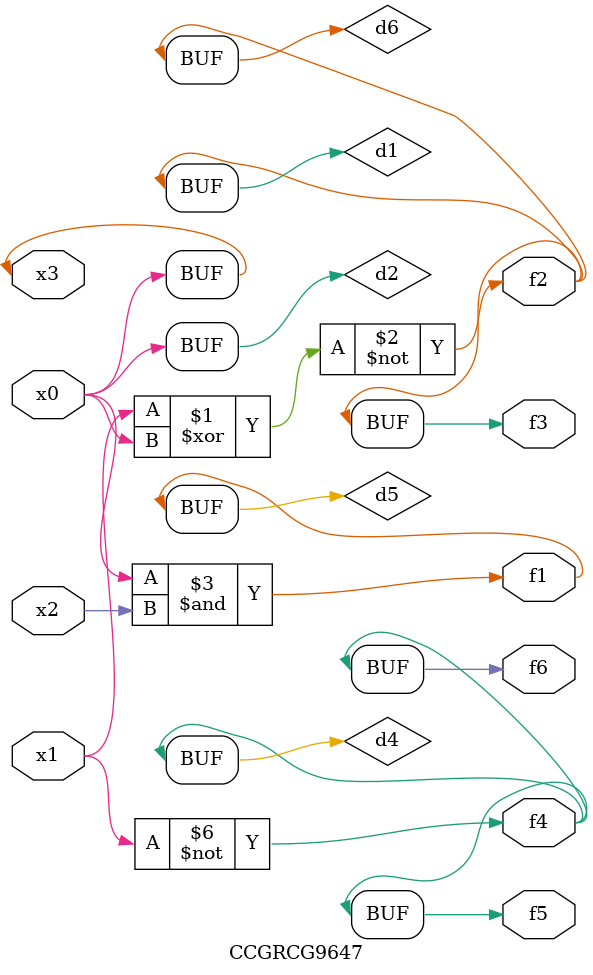
<source format=v>
module CCGRCG9647(
	input x0, x1, x2, x3,
	output f1, f2, f3, f4, f5, f6
);

	wire d1, d2, d3, d4, d5, d6;

	xnor (d1, x1, x3);
	buf (d2, x0, x3);
	nand (d3, x0, x2);
	not (d4, x1);
	nand (d5, d3);
	or (d6, d1);
	assign f1 = d5;
	assign f2 = d6;
	assign f3 = d6;
	assign f4 = d4;
	assign f5 = d4;
	assign f6 = d4;
endmodule

</source>
